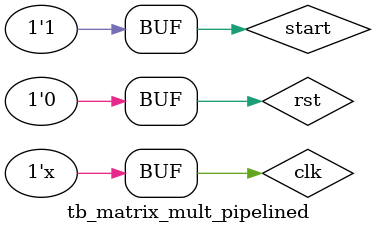
<source format=v>
module tb_matrix_mult_pipelined;

    // Parameters
    parameter DATA_WIDTH = 8;

    // Inputs
    reg clk;
    reg rst;
    reg start;

    // Outputs
    wire [7:0] LED;

    // Instantiate the module under test (MUT)
    matrix_mult_pipelined #(DATA_WIDTH) uut (
        .clk(clk),
        .rst(rst),
        .start(start),
        .LED(LED)
    );

    // Clock generation (50 MHz clock)
    always begin
        #5 clk = ~clk;  // Toggle clock every 5ns, creating a 10ns period (50MHz)
    end

    // Stimulus generation
    initial begin
        // Initialize signals
        clk = 0;
        rst = 0;
        start = 0;

        // Reset the design
        rst = 1;       // Apply reset
        #20;           // Wait for 20ns (2 clock cycles)
        rst = 0;       // Deassert reset

        // Start the multiplication process
        #10;
        start = 1;     // Start the matrix multiplication
       
       
    end

    // Monitor the LED output during simulation
    initial begin
        $monitor("At time %t, LED = %h", $time, LED);
    end
endmodule

</source>
